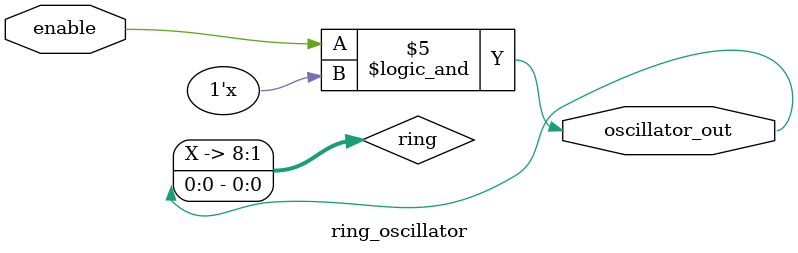
<source format=sv>
module ring_oscillator
#(
    parameter LENGTH = 9
)
(
    input logic enable,
    output logic oscillator_out
);

    assign oscillator_out = ring[0];
    logic [LENGTH-1:0] ring;

    always @(*) begin
        ring[0] <= enable && ring[LENGTH-1];
        for (int i = 0; i < LENGTH-1; i++) begin
            ring[i+1] = !ring[i];
        end
    end

endmodule
</source>
